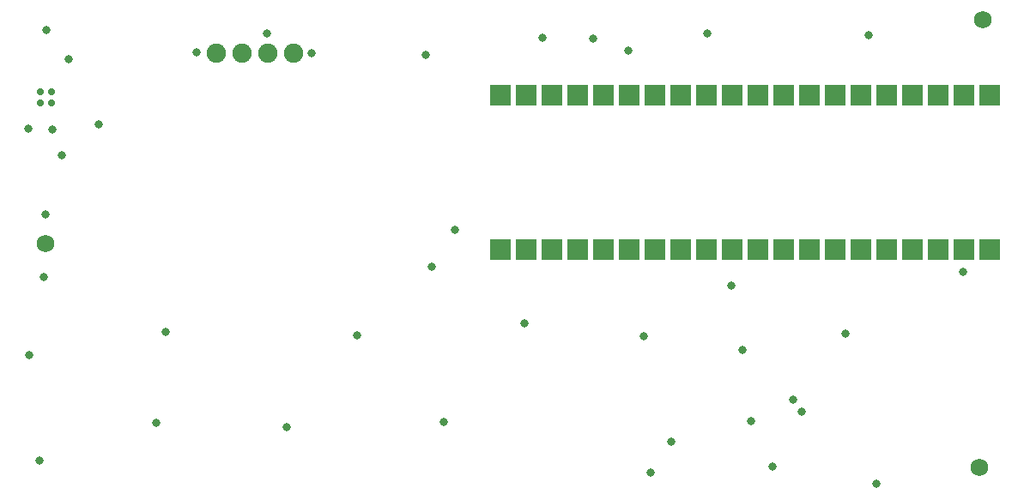
<source format=gbs>
G04*
G04 #@! TF.GenerationSoftware,Altium Limited,Altium Designer,25.8.1 (18)*
G04*
G04 Layer_Color=16711935*
%FSLAX44Y44*%
%MOMM*%
G71*
G04*
G04 #@! TF.SameCoordinates,220DD8DD-A9B0-4AC3-BD9C-64780996674F*
G04*
G04*
G04 #@! TF.FilePolarity,Negative*
G04*
G01*
G75*
%ADD46C,1.9000*%
%ADD47C,1.7272*%
%ADD48R,2.1082X2.1082*%
%ADD49C,0.7032*%
%ADD50C,0.8032*%
D46*
X288800Y444000D02*
D03*
X263400D02*
D03*
X238000D02*
D03*
X212600D02*
D03*
D47*
X968248Y476504D02*
D03*
X964692Y34544D02*
D03*
X43942Y256286D02*
D03*
D48*
X593800Y402400D02*
D03*
X568400D02*
D03*
X492200D02*
D03*
X924000Y250000D02*
D03*
X517600Y402400D02*
D03*
X619200D02*
D03*
X974800D02*
D03*
X949400D02*
D03*
X924000D02*
D03*
X898600D02*
D03*
X873200D02*
D03*
X847800D02*
D03*
X822400D02*
D03*
X797000D02*
D03*
X771600D02*
D03*
X746200D02*
D03*
X720800D02*
D03*
X695400D02*
D03*
X670000D02*
D03*
X644600D02*
D03*
X543000D02*
D03*
X974800Y250000D02*
D03*
X949400D02*
D03*
X898600D02*
D03*
X873200D02*
D03*
X847800D02*
D03*
X822400D02*
D03*
X797000D02*
D03*
X771600D02*
D03*
X746200D02*
D03*
X720800D02*
D03*
X695400D02*
D03*
X670000D02*
D03*
X644600D02*
D03*
X619200D02*
D03*
X593800D02*
D03*
X568400D02*
D03*
X543000D02*
D03*
X517600D02*
D03*
X492200D02*
D03*
D49*
X38500Y405500D02*
D03*
X49500D02*
D03*
Y394500D02*
D03*
X38500D02*
D03*
D50*
X44958Y466344D02*
D03*
X855980Y462026D02*
D03*
X419100Y441960D02*
D03*
X948944Y227584D02*
D03*
X832866Y166624D02*
D03*
X516636Y177038D02*
D03*
X424942Y232918D02*
D03*
X350774Y165100D02*
D03*
X162306Y168402D02*
D03*
X27432Y145542D02*
D03*
X281940Y74676D02*
D03*
X66548Y438150D02*
D03*
X153162Y78740D02*
D03*
X42164Y223012D02*
D03*
X436372Y79502D02*
D03*
X633730Y164592D02*
D03*
X863600Y18542D02*
D03*
X640334Y29718D02*
D03*
X43434Y284988D02*
D03*
X696214Y463042D02*
D03*
X447802Y269240D02*
D03*
X533654Y459232D02*
D03*
X583946Y458470D02*
D03*
X50800Y368554D02*
D03*
X59690Y343154D02*
D03*
X306000Y444000D02*
D03*
X262000Y463000D02*
D03*
X27000Y369000D02*
D03*
X96000Y374000D02*
D03*
X731000Y151000D02*
D03*
X193000Y445000D02*
D03*
X781000Y102000D02*
D03*
X740000Y81000D02*
D03*
X761000Y36000D02*
D03*
X661000Y60000D02*
D03*
X38000Y42000D02*
D03*
X619000Y446000D02*
D03*
X720000Y214000D02*
D03*
X790000Y90000D02*
D03*
M02*

</source>
